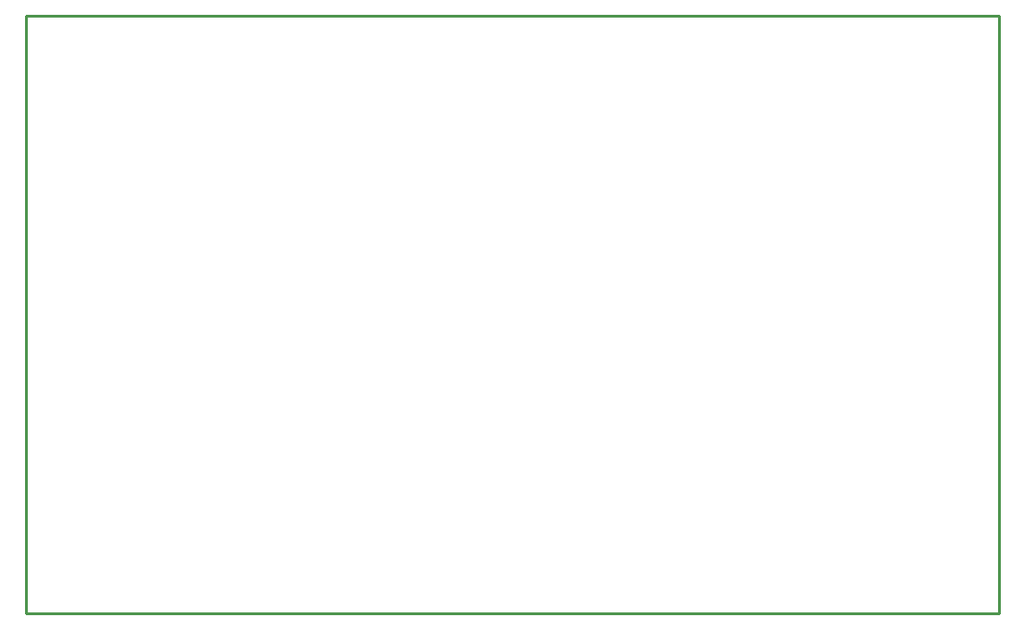
<source format=gko>
G04*
G04  File:            NDCA2.GKO, Sun Aug 22 19:16:03 2021*
G04  Source:          P-CAD 2002 PCB, Version 17.01.22, (C:\Users\David Forbes\Documents\Designs\Nixie\CorvairDash\NDC-A\NDCA2.PCB)*
G04  Format:          Gerber Format (RS-274-D), ASCII*
G04*
G04  Format Options:  Absolute Positioning*
G04                   Leading-Zero Suppression*
G04                   Scale Factor 1:1*
G04                   NO Circular Interpolation*
G04                   Inch Units*
G04                   Numeric Format: 4.4 (XXXX.XXXX)*
G04                   G54 Used for Aperture Change*
G04                   Apertures Embedded*
G04*
G04  File Options:    Offset = (0.0mil,0.0mil)*
G04                   Drill Symbol Size = 80.0mil*
G04                   No Pad/Via Holes*
G04*
G04  File Contents:   Pads*
G04                   Vias*
G04                   No Designators*
G04                   No Types*
G04                   No Values*
G04                   No Drill Symbols*
G04                   Board*
G04*
%INNDCA2.GKO*%
%ICAS*%
%MOIN*%
G04*
G04  Aperture MACROs for general use --- invoked via D-code assignment *
G04*
G04  General MACRO for flashed round with rotation and/or offset hole *
%AMROTOFFROUND*
1,1,$1,0.0000,0.0000*
1,0,$2,$3,$4*%
G04*
G04  General MACRO for flashed oval (obround) with rotation and/or offset hole *
%AMROTOFFOVAL*
21,1,$1,$2,0.0000,0.0000,$3*
1,1,$4,$5,$6*
1,1,$4,0-$5,0-$6*
1,0,$7,$8,$9*%
G04*
G04  General MACRO for flashed oval (obround) with rotation and no hole *
%AMROTOVALNOHOLE*
21,1,$1,$2,0.0000,0.0000,$3*
1,1,$4,$5,$6*
1,1,$4,0-$5,0-$6*%
G04*
G04  General MACRO for flashed rectangle with rotation and/or offset hole *
%AMROTOFFRECT*
21,1,$1,$2,0.0000,0.0000,$3*
1,0,$4,$5,$6*%
G04*
G04  General MACRO for flashed rectangle with rotation and no hole *
%AMROTRECTNOHOLE*
21,1,$1,$2,0.0000,0.0000,$3*%
G04*
G04  General MACRO for flashed rounded-rectangle *
%AMROUNDRECT*
21,1,$1,$2-$4,0.0000,0.0000,$3*
21,1,$1-$4,$2,0.0000,0.0000,$3*
1,1,$4,$5,$6*
1,1,$4,$7,$8*
1,1,$4,0-$5,0-$6*
1,1,$4,0-$7,0-$8*
1,0,$9,$10,$11*%
G04*
G04  General MACRO for flashed rounded-rectangle with rotation and no hole *
%AMROUNDRECTNOHOLE*
21,1,$1,$2-$4,0.0000,0.0000,$3*
21,1,$1-$4,$2,0.0000,0.0000,$3*
1,1,$4,$5,$6*
1,1,$4,$7,$8*
1,1,$4,0-$5,0-$6*
1,1,$4,0-$7,0-$8*%
G04*
G04  General MACRO for flashed regular polygon *
%AMREGPOLY*
5,1,$1,0.0000,0.0000,$2,$3+$4*
1,0,$5,$6,$7*%
G04*
G04  General MACRO for flashed regular polygon with no hole *
%AMREGPOLYNOHOLE*
5,1,$1,0.0000,0.0000,$2,$3+$4*%
G04*
G04  General MACRO for target *
%AMTARGET*
6,0,0,$1,$2,$3,4,$4,$5,$6*%
G04*
G04  General MACRO for mounting hole *
%AMMTHOLE*
1,1,$1,0,0*
1,0,$2,0,0*
$1=$1-$2*
$1=$1/2*
21,1,$2+$1,$3,0,0,$4*
21,1,$3,$2+$1,0,0,$4*%
G04*
G04*
G04  D10 : "Ellipse X10.0mil Y10.0mil H0.0mil 0.0deg (0.0mil,0.0mil) Draw"*
G04  Disc: OuterDia=0.0100*
%ADD10C, 0.0100*%
G04  D11 : "Ellipse X15.0mil Y15.0mil H0.0mil 0.0deg (0.0mil,0.0mil) Draw"*
G04  Disc: OuterDia=0.0150*
%ADD11C, 0.0150*%
G04  D12 : "Ellipse X50.0mil Y50.0mil H0.0mil 0.0deg (0.0mil,0.0mil) Draw"*
G04  Disc: OuterDia=0.0500*
%ADD12C, 0.0500*%
G04  D13 : "Ellipse X6.0mil Y6.0mil H0.0mil 0.0deg (0.0mil,0.0mil) Draw"*
G04  Disc: OuterDia=0.0060*
%ADD13C, 0.0060*%
G04  D14 : "Ellipse X250.0mil Y250.0mil H0.0mil 0.0deg (0.0mil,0.0mil) Flash"*
G04  Disc: OuterDia=0.2500*
%ADD14C, 0.2500*%
G04  D15 : "Ellipse X265.0mil Y265.0mil H0.0mil 0.0deg (0.0mil,0.0mil) Flash"*
G04  Disc: OuterDia=0.2650*
%ADD15C, 0.2650*%
G04  D16 : "Ellipse X60.0mil Y60.0mil H0.0mil 0.0deg (0.0mil,0.0mil) Flash"*
G04  Disc: OuterDia=0.0600*
%ADD16C, 0.0600*%
G04  D17 : "Ellipse X70.0mil Y70.0mil H0.0mil 0.0deg (0.0mil,0.0mil) Flash"*
G04  Disc: OuterDia=0.0700*
%ADD17C, 0.0700*%
G04  D18 : "Ellipse X75.0mil Y75.0mil H0.0mil 0.0deg (0.0mil,0.0mil) Flash"*
G04  Disc: OuterDia=0.0750*
%ADD18C, 0.0750*%
G04  D19 : "Ellipse X85.0mil Y85.0mil H0.0mil 0.0deg (0.0mil,0.0mil) Flash"*
G04  Disc: OuterDia=0.0850*
%ADD19C, 0.0850*%
G04  D20 : "Rectangle X40.0mil Y40.0mil H0.0mil 0.0deg (0.0mil,0.0mil) Flash"*
G04  Square: Side=0.0400, Rotation=0.0, OffsetX=0.0000, OffsetY=0.0000, HoleDia=0.0000*
%ADD20R, 0.0400 X0.0400*%
G04  D21 : "Rectangle X55.0mil Y55.0mil H0.0mil 0.0deg (0.0mil,0.0mil) Flash"*
G04  Square: Side=0.0550, Rotation=0.0, OffsetX=0.0000, OffsetY=0.0000, HoleDia=0.0000*
%ADD21R, 0.0550 X0.0550*%
G04  D22 : "Rectangle X60.0mil Y60.0mil H0.0mil 0.0deg (0.0mil,0.0mil) Flash"*
G04  Square: Side=0.0600, Rotation=0.0, OffsetX=0.0000, OffsetY=0.0000, HoleDia=0.0000*
%ADD22R, 0.0600 X0.0600*%
G04  D23 : "Rectangle X64.0mil Y64.0mil H0.0mil 0.0deg (0.0mil,0.0mil) Flash"*
G04  Square: Side=0.0640, Rotation=0.0, OffsetX=0.0000, OffsetY=0.0000, HoleDia=0.0000*
%ADD23R, 0.0640 X0.0640*%
G04  D24 : "Rectangle X70.0mil Y70.0mil H0.0mil 0.0deg (0.0mil,0.0mil) Flash"*
G04  Square: Side=0.0700, Rotation=0.0, OffsetX=0.0000, OffsetY=0.0000, HoleDia=0.0000*
%ADD24R, 0.0700 X0.0700*%
G04  D25 : "Rectangle X75.0mil Y75.0mil H0.0mil 0.0deg (0.0mil,0.0mil) Flash"*
G04  Square: Side=0.0750, Rotation=0.0, OffsetX=0.0000, OffsetY=0.0000, HoleDia=0.0000*
%ADD25R, 0.0750 X0.0750*%
G04  D26 : "Rectangle X79.0mil Y79.0mil H0.0mil 0.0deg (0.0mil,0.0mil) Flash"*
G04  Square: Side=0.0790, Rotation=0.0, OffsetX=0.0000, OffsetY=0.0000, HoleDia=0.0000*
%ADD26R, 0.0790 X0.0790*%
G04  D27 : "Rectangle X85.0mil Y85.0mil H0.0mil 0.0deg (0.0mil,0.0mil) Flash"*
G04  Square: Side=0.0850, Rotation=0.0, OffsetX=0.0000, OffsetY=0.0000, HoleDia=0.0000*
%ADD27R, 0.0850 X0.0850*%
G04  D28 : "Ellipse X50.0mil Y50.0mil H0.0mil 0.0deg (0.0mil,0.0mil) Flash"*
G04  Disc: OuterDia=0.0500*
%ADD28C, 0.0500*%
G04  D29 : "Ellipse X65.0mil Y65.0mil H0.0mil 0.0deg (0.0mil,0.0mil) Flash"*
G04  Disc: OuterDia=0.0650*
%ADD29C, 0.0650*%
G04*
%FSLAX44Y44*%
%SFA1B1*%
%OFA0.0000B0.0000*%
G04*
G70*
G90*
G01*
D2*
%LNBoard*%
G54D10*
X65000Y51500*
Y30000D1*
X30000D2*
Y51500D1*
X65000*
Y30000D2*
X30000D1*
D02M02*

</source>
